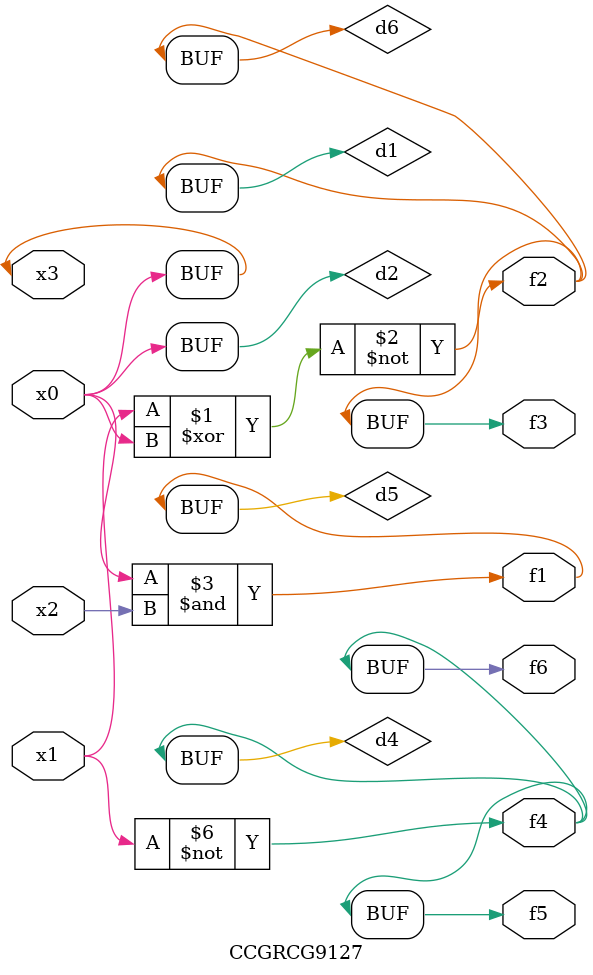
<source format=v>
module CCGRCG9127(
	input x0, x1, x2, x3,
	output f1, f2, f3, f4, f5, f6
);

	wire d1, d2, d3, d4, d5, d6;

	xnor (d1, x1, x3);
	buf (d2, x0, x3);
	nand (d3, x0, x2);
	not (d4, x1);
	nand (d5, d3);
	or (d6, d1);
	assign f1 = d5;
	assign f2 = d6;
	assign f3 = d6;
	assign f4 = d4;
	assign f5 = d4;
	assign f6 = d4;
endmodule

</source>
